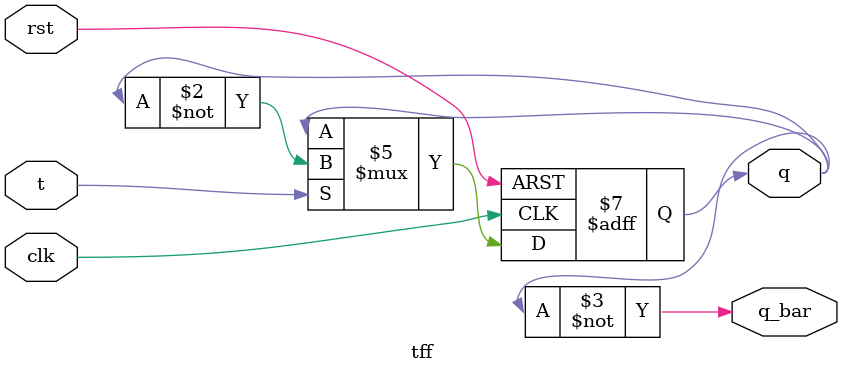
<source format=v>


module tff( 
input clk, rst, t,
output reg q,
output q_bar);

	always @(posedge clk or posedge rst)
	begin
	   if(rst) // rst = active high reset
		q <= 1'b0;
	   else 
	   begin
	     if(t) 
		q <= ~q; // toggle
	     else 
		q <= q;  // no change
	   end  
	end
	assign q_bar = ~q;

endmodule 
</source>
